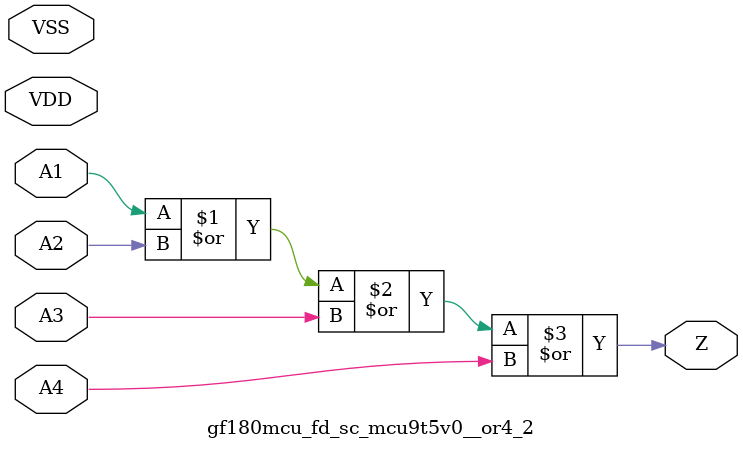
<source format=v>

module gf180mcu_fd_sc_mcu9t5v0__or4_2( A1, A2, A3, A4, Z, VDD, VSS );
input A1, A2, A3, A4;
inout VDD, VSS;
output Z;

	or MGM_BG_0( Z, A1, A2, A3, A4 );

endmodule

</source>
